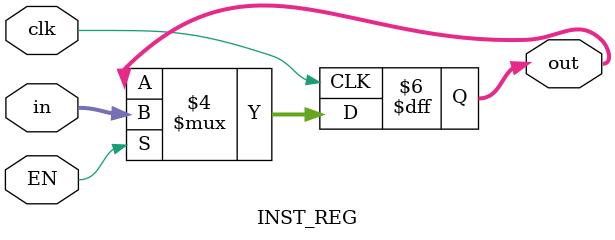
<source format=v>
module INST_REG (clk,in, out, EN);
	input [15:0] in;
	input clk, EN;
	output reg [15:0] out;

	initial begin
		out = 16'bx;
	end


	always @(posedge clk) 
		begin
			if (EN == 1) 
				begin
						out <= in;
				end
		end 
	  
endmodule
</source>
